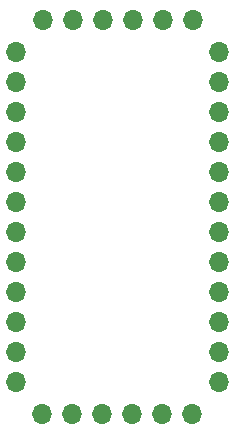
<source format=gbr>
G04 #@! TF.GenerationSoftware,KiCad,Pcbnew,5.1.2-f72e74a~84~ubuntu18.04.1*
G04 #@! TF.CreationDate,2019-12-11T23:46:13+03:00*
G04 #@! TF.ProjectId,OM-128,4f4d2d31-3238-42e6-9b69-6361645f7063,rev?*
G04 #@! TF.SameCoordinates,PX5f5e100PY7270e00*
G04 #@! TF.FileFunction,Soldermask,Bot*
G04 #@! TF.FilePolarity,Negative*
%FSLAX46Y46*%
G04 Gerber Fmt 4.6, Leading zero omitted, Abs format (unit mm)*
G04 Created by KiCad (PCBNEW 5.1.2-f72e74a~84~ubuntu18.04.1) date 2019-12-11 23:46:13*
%MOMM*%
%LPD*%
G04 APERTURE LIST*
%ADD10O,1.700000X1.700000*%
G04 APERTURE END LIST*
D10*
X16390000Y34700000D03*
X13850000Y34700000D03*
X11310000Y34700000D03*
X8770000Y34700000D03*
X6230000Y34700000D03*
X3690000Y34700000D03*
X16330000Y1400000D03*
X13790000Y1400000D03*
X11250000Y1400000D03*
X8710000Y1400000D03*
X6170000Y1400000D03*
X3630000Y1400000D03*
X1400000Y4100000D03*
X1400000Y6640000D03*
X1400000Y9180000D03*
X1400000Y11720000D03*
X1400000Y14260000D03*
X1400000Y16800000D03*
X1400000Y19340000D03*
X1400000Y21880000D03*
X1400000Y24420000D03*
X1400000Y26960000D03*
X1400000Y29500000D03*
X1400000Y32040000D03*
X18600000Y4100000D03*
X18600000Y6640000D03*
X18600000Y9180000D03*
X18600000Y11720000D03*
X18600000Y14260000D03*
X18600000Y16800000D03*
X18600000Y19340000D03*
X18600000Y21880000D03*
X18600000Y24420000D03*
X18600000Y26960000D03*
X18600000Y29500000D03*
X18600000Y32040000D03*
M02*

</source>
